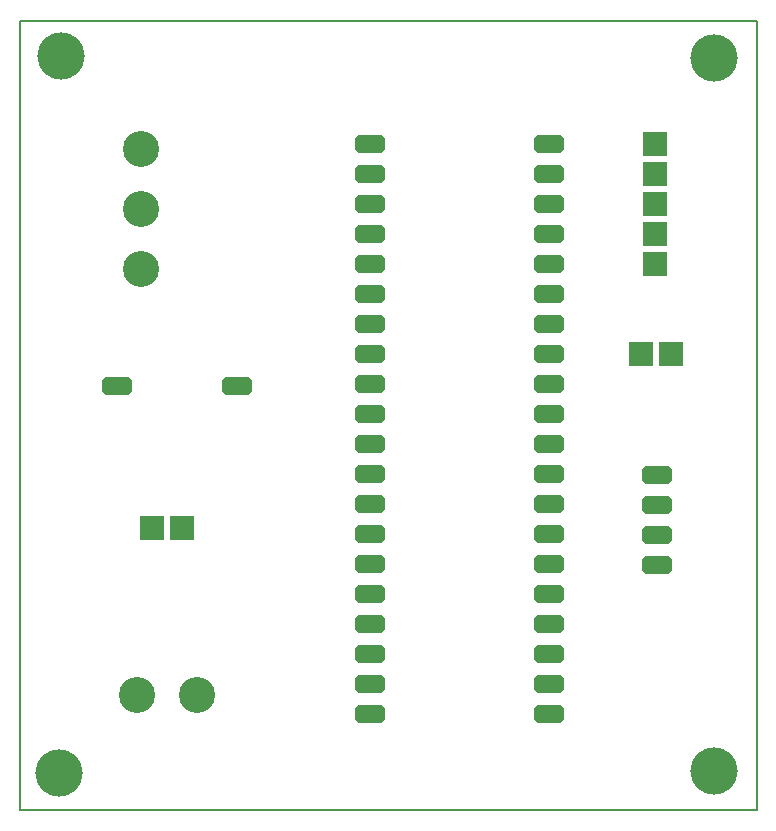
<source format=gbr>
G04 PROTEUS GERBER X2 FILE*
%TF.GenerationSoftware,Labcenter,Proteus,8.13-SP0-Build31525*%
%TF.CreationDate,2023-08-07T13:29:03+00:00*%
%TF.FileFunction,Copper,L1,Top*%
%TF.FilePolarity,Positive*%
%TF.Part,Single*%
%TF.SameCoordinates,{815acf48-57e3-43f1-9c13-7170ba62ded0}*%
%FSLAX45Y45*%
%MOMM*%
G01*
%AMDIL000*
4,1,8,
-1.270000,0.457200,-0.965200,0.762000,0.965200,0.762000,1.270000,0.457200,1.270000,-0.457200,
0.965200,-0.762000,-0.965200,-0.762000,-1.270000,-0.457200,-1.270000,0.457200,
0*%
%TA.AperFunction,ComponentPad*%
%ADD10DIL000*%
%TA.AperFunction,ComponentPad*%
%ADD11C,3.048000*%
%TA.AperFunction,OtherPad,Unknown*%
%ADD12C,4.000000*%
%TA.AperFunction,ComponentPad*%
%ADD13R,2.032000X2.032000*%
%TA.AperFunction,Profile*%
%ADD14C,0.203200*%
%TD.AperFunction*%
D10*
X+3200000Y+5760000D03*
X+3200000Y+5506000D03*
X+3200000Y+5252000D03*
X+3200000Y+4998000D03*
X+3200000Y+4744000D03*
X+3200000Y+4490000D03*
X+3200000Y+4236000D03*
X+3200000Y+3982000D03*
X+3200000Y+3728000D03*
X+3200000Y+3474000D03*
X+3200000Y+3220000D03*
X+3200000Y+2966000D03*
X+3200000Y+2712000D03*
X+3200000Y+2458000D03*
X+3200000Y+2204000D03*
X+3200000Y+1950000D03*
X+3200000Y+1696000D03*
X+3200000Y+1442000D03*
X+3200000Y+1188000D03*
X+3200000Y+934000D03*
X+4710000Y+5760000D03*
X+4710000Y+5506000D03*
X+4710000Y+5252000D03*
X+4710000Y+4998000D03*
X+4710000Y+4744000D03*
X+4710000Y+4490000D03*
X+4710000Y+4236000D03*
X+4710000Y+3982000D03*
X+4710000Y+3728000D03*
X+4710000Y+3474000D03*
X+4710000Y+3220000D03*
X+4710000Y+2966000D03*
X+4710000Y+2712000D03*
X+4710000Y+2458000D03*
X+4710000Y+2204000D03*
X+4710000Y+1950000D03*
X+4710000Y+1696000D03*
X+4710000Y+1442000D03*
X+4710000Y+1188000D03*
X+4710000Y+934000D03*
X+5630000Y+2960000D03*
X+5630000Y+2706000D03*
X+5630000Y+2452000D03*
X+5630000Y+2198000D03*
D11*
X+1220000Y+1090000D03*
X+1728000Y+1090000D03*
D10*
X+2070000Y+3710000D03*
X+1054000Y+3710000D03*
D11*
X+1260000Y+5720000D03*
X+1260000Y+5212000D03*
X+1260000Y+4704000D03*
D12*
X+580000Y+6500000D03*
X+6110000Y+6490000D03*
X+6110000Y+450000D03*
X+560000Y+430000D03*
D13*
X+1350000Y+2510000D03*
X+1604000Y+2510000D03*
X+5610000Y+5760000D03*
X+5610000Y+5506000D03*
X+5610000Y+5252000D03*
X+5610000Y+4998000D03*
X+5610000Y+4744000D03*
X+5490000Y+3980000D03*
X+5744000Y+3980000D03*
D14*
X+230000Y+120000D02*
X+6470000Y+120000D01*
X+6470000Y+6800000D01*
X+230000Y+6800000D01*
X+230000Y+120000D01*
M02*

</source>
